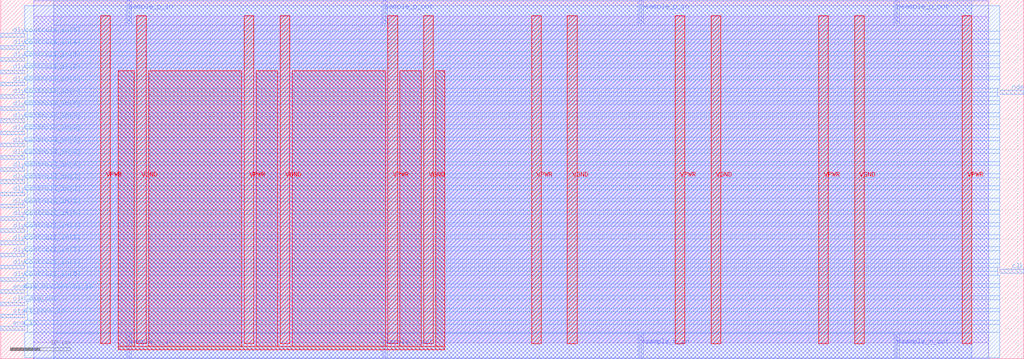
<source format=lef>
VERSION 5.7 ;
  NOWIREEXTENSIONATPIN ON ;
  DIVIDERCHAR "/" ;
  BUSBITCHARS "[]" ;
MACRO adc_clkgen_with_edgedetect
  CLASS BLOCK ;
  FOREIGN adc_clkgen_with_edgedetect ;
  ORIGIN 0.000 0.000 ;
  SIZE 171.000 BY 60.000 ;
  PIN VGND
    DIRECTION INOUT ;
    USE GROUND ;
    PORT
      LAYER met4 ;
        RECT 22.720 2.480 24.320 57.360 ;
    END
    PORT
      LAYER met4 ;
        RECT 46.720 2.480 48.320 57.360 ;
    END
    PORT
      LAYER met4 ;
        RECT 70.720 2.480 72.320 57.360 ;
    END
    PORT
      LAYER met4 ;
        RECT 94.720 2.480 96.320 57.360 ;
    END
    PORT
      LAYER met4 ;
        RECT 118.720 2.480 120.320 57.360 ;
    END
    PORT
      LAYER met4 ;
        RECT 142.720 2.480 144.320 57.360 ;
    END
  END VGND
  PIN VPWR
    DIRECTION INOUT ;
    USE POWER ;
    PORT
      LAYER met4 ;
        RECT 16.720 2.480 18.320 57.360 ;
    END
    PORT
      LAYER met4 ;
        RECT 40.720 2.480 42.320 57.360 ;
    END
    PORT
      LAYER met4 ;
        RECT 64.720 2.480 66.320 57.360 ;
    END
    PORT
      LAYER met4 ;
        RECT 88.720 2.480 90.320 57.360 ;
    END
    PORT
      LAYER met4 ;
        RECT 112.720 2.480 114.320 57.360 ;
    END
    PORT
      LAYER met4 ;
        RECT 136.720 2.480 138.320 57.360 ;
    END
    PORT
      LAYER met4 ;
        RECT 160.720 2.480 162.320 57.360 ;
    END
  END VPWR
  PIN clk_comp_out
    DIRECTION OUTPUT TRISTATE ;
    USE SIGNAL ;
    PORT
      LAYER met3 ;
        RECT 167.000 14.320 171.000 14.920 ;
    END
  END clk_comp_out
  PIN clk_dig_out
    DIRECTION OUTPUT TRISTATE ;
    USE SIGNAL ;
    PORT
      LAYER met3 ;
        RECT 0.000 8.880 4.000 9.480 ;
    END
  END clk_dig_out
  PIN dlycontrol1_in[0]
    DIRECTION INPUT ;
    USE SIGNAL ;
    PORT
      LAYER met3 ;
        RECT 0.000 12.960 4.000 13.560 ;
    END
  END dlycontrol1_in[0]
  PIN dlycontrol1_in[1]
    DIRECTION INPUT ;
    USE SIGNAL ;
    PORT
      LAYER met3 ;
        RECT 0.000 15.000 4.000 15.600 ;
    END
  END dlycontrol1_in[1]
  PIN dlycontrol1_in[2]
    DIRECTION INPUT ;
    USE SIGNAL ;
    PORT
      LAYER met3 ;
        RECT 0.000 17.040 4.000 17.640 ;
    END
  END dlycontrol1_in[2]
  PIN dlycontrol1_in[3]
    DIRECTION INPUT ;
    USE SIGNAL ;
    PORT
      LAYER met3 ;
        RECT 0.000 19.080 4.000 19.680 ;
    END
  END dlycontrol1_in[3]
  PIN dlycontrol1_in[4]
    DIRECTION INPUT ;
    USE SIGNAL ;
    PORT
      LAYER met3 ;
        RECT 0.000 21.120 4.000 21.720 ;
    END
  END dlycontrol1_in[4]
  PIN dlycontrol2_in[0]
    DIRECTION INPUT ;
    USE SIGNAL ;
    PORT
      LAYER met3 ;
        RECT 0.000 23.160 4.000 23.760 ;
    END
  END dlycontrol2_in[0]
  PIN dlycontrol2_in[1]
    DIRECTION INPUT ;
    USE SIGNAL ;
    PORT
      LAYER met3 ;
        RECT 0.000 25.200 4.000 25.800 ;
    END
  END dlycontrol2_in[1]
  PIN dlycontrol2_in[2]
    DIRECTION INPUT ;
    USE SIGNAL ;
    PORT
      LAYER met3 ;
        RECT 0.000 27.240 4.000 27.840 ;
    END
  END dlycontrol2_in[2]
  PIN dlycontrol2_in[3]
    DIRECTION INPUT ;
    USE SIGNAL ;
    PORT
      LAYER met3 ;
        RECT 0.000 29.280 4.000 29.880 ;
    END
  END dlycontrol2_in[3]
  PIN dlycontrol2_in[4]
    DIRECTION INPUT ;
    USE SIGNAL ;
    PORT
      LAYER met3 ;
        RECT 0.000 31.320 4.000 31.920 ;
    END
  END dlycontrol2_in[4]
  PIN dlycontrol3_in[0]
    DIRECTION INPUT ;
    USE SIGNAL ;
    PORT
      LAYER met3 ;
        RECT 0.000 33.360 4.000 33.960 ;
    END
  END dlycontrol3_in[0]
  PIN dlycontrol3_in[1]
    DIRECTION INPUT ;
    USE SIGNAL ;
    PORT
      LAYER met3 ;
        RECT 0.000 35.400 4.000 36.000 ;
    END
  END dlycontrol3_in[1]
  PIN dlycontrol3_in[2]
    DIRECTION INPUT ;
    USE SIGNAL ;
    PORT
      LAYER met3 ;
        RECT 0.000 37.440 4.000 38.040 ;
    END
  END dlycontrol3_in[2]
  PIN dlycontrol3_in[3]
    DIRECTION INPUT ;
    USE SIGNAL ;
    PORT
      LAYER met3 ;
        RECT 0.000 39.480 4.000 40.080 ;
    END
  END dlycontrol3_in[3]
  PIN dlycontrol3_in[4]
    DIRECTION INPUT ;
    USE SIGNAL ;
    PORT
      LAYER met3 ;
        RECT 0.000 41.520 4.000 42.120 ;
    END
  END dlycontrol3_in[4]
  PIN dlycontrol4_in[0]
    DIRECTION INPUT ;
    USE SIGNAL ;
    PORT
      LAYER met3 ;
        RECT 0.000 43.560 4.000 44.160 ;
    END
  END dlycontrol4_in[0]
  PIN dlycontrol4_in[1]
    DIRECTION INPUT ;
    USE SIGNAL ;
    PORT
      LAYER met3 ;
        RECT 0.000 45.600 4.000 46.200 ;
    END
  END dlycontrol4_in[1]
  PIN dlycontrol4_in[2]
    DIRECTION INPUT ;
    USE SIGNAL ;
    PORT
      LAYER met3 ;
        RECT 0.000 47.640 4.000 48.240 ;
    END
  END dlycontrol4_in[2]
  PIN dlycontrol4_in[3]
    DIRECTION INPUT ;
    USE SIGNAL ;
    PORT
      LAYER met3 ;
        RECT 0.000 49.680 4.000 50.280 ;
    END
  END dlycontrol4_in[3]
  PIN dlycontrol4_in[4]
    DIRECTION INPUT ;
    USE SIGNAL ;
    PORT
      LAYER met3 ;
        RECT 0.000 51.720 4.000 52.320 ;
    END
  END dlycontrol4_in[4]
  PIN dlycontrol4_in[5]
    DIRECTION INPUT ;
    USE SIGNAL ;
    PORT
      LAYER met3 ;
        RECT 0.000 53.760 4.000 54.360 ;
    END
  END dlycontrol4_in[5]
  PIN ena_in
    DIRECTION INPUT ;
    USE SIGNAL ;
    PORT
      LAYER met3 ;
        RECT 0.000 4.800 4.000 5.400 ;
    END
  END ena_in
  PIN enable_dlycontrol_in
    DIRECTION INPUT ;
    USE SIGNAL ;
    PORT
      LAYER met3 ;
        RECT 0.000 10.920 4.000 11.520 ;
    END
  END enable_dlycontrol_in
  PIN ndecision_finish_in
    DIRECTION INPUT ;
    USE SIGNAL ;
    PORT
      LAYER met3 ;
        RECT 167.000 44.240 171.000 44.840 ;
    END
  END ndecision_finish_in
  PIN nsample_n_in
    DIRECTION INPUT ;
    USE SIGNAL ;
    PORT
      LAYER met2 ;
        RECT 106.810 0.000 107.090 4.000 ;
    END
  END nsample_n_in
  PIN nsample_n_out
    DIRECTION OUTPUT TRISTATE ;
    USE SIGNAL ;
    PORT
      LAYER met2 ;
        RECT 149.590 0.000 149.870 4.000 ;
    END
  END nsample_n_out
  PIN nsample_p_in
    DIRECTION INPUT ;
    USE SIGNAL ;
    PORT
      LAYER met2 ;
        RECT 106.810 56.000 107.090 60.000 ;
    END
  END nsample_p_in
  PIN nsample_p_out
    DIRECTION OUTPUT TRISTATE ;
    USE SIGNAL ;
    PORT
      LAYER met2 ;
        RECT 149.590 56.000 149.870 60.000 ;
    END
  END nsample_p_out
  PIN sample_n_in
    DIRECTION INPUT ;
    USE SIGNAL ;
    PORT
      LAYER met2 ;
        RECT 21.250 0.000 21.530 4.000 ;
    END
  END sample_n_in
  PIN sample_n_out
    DIRECTION OUTPUT TRISTATE ;
    USE SIGNAL ;
    PORT
      LAYER met2 ;
        RECT 64.030 0.000 64.310 4.000 ;
    END
  END sample_n_out
  PIN sample_p_in
    DIRECTION INPUT ;
    USE SIGNAL ;
    PORT
      LAYER met2 ;
        RECT 21.250 56.000 21.530 60.000 ;
    END
  END sample_p_in
  PIN sample_p_out
    DIRECTION OUTPUT TRISTATE ;
    USE SIGNAL ;
    PORT
      LAYER met2 ;
        RECT 64.030 56.000 64.310 60.000 ;
    END
  END sample_p_out
  PIN start_conv_in
    DIRECTION INPUT ;
    USE SIGNAL ;
    PORT
      LAYER met3 ;
        RECT 0.000 6.840 4.000 7.440 ;
    END
  END start_conv_in
  OBS
      LAYER li1 ;
        RECT 5.520 2.635 165.140 57.205 ;
      LAYER met1 ;
        RECT 5.520 0.040 165.140 59.800 ;
      LAYER met2 ;
        RECT 8.840 55.720 20.970 59.830 ;
        RECT 21.810 55.720 63.750 59.830 ;
        RECT 64.590 55.720 106.530 59.830 ;
        RECT 107.370 55.720 149.310 59.830 ;
        RECT 150.150 55.720 162.290 59.830 ;
        RECT 8.840 4.280 162.290 55.720 ;
        RECT 8.840 0.010 20.970 4.280 ;
        RECT 21.810 0.010 63.750 4.280 ;
        RECT 64.590 0.010 106.530 4.280 ;
        RECT 107.370 0.010 149.310 4.280 ;
        RECT 150.150 0.010 162.290 4.280 ;
      LAYER met3 ;
        RECT 4.000 54.760 167.000 58.985 ;
        RECT 4.400 53.360 167.000 54.760 ;
        RECT 4.000 52.720 167.000 53.360 ;
        RECT 4.400 51.320 167.000 52.720 ;
        RECT 4.000 50.680 167.000 51.320 ;
        RECT 4.400 49.280 167.000 50.680 ;
        RECT 4.000 48.640 167.000 49.280 ;
        RECT 4.400 47.240 167.000 48.640 ;
        RECT 4.000 46.600 167.000 47.240 ;
        RECT 4.400 45.240 167.000 46.600 ;
        RECT 4.400 45.200 166.600 45.240 ;
        RECT 4.000 44.560 166.600 45.200 ;
        RECT 4.400 43.840 166.600 44.560 ;
        RECT 4.400 43.160 167.000 43.840 ;
        RECT 4.000 42.520 167.000 43.160 ;
        RECT 4.400 41.120 167.000 42.520 ;
        RECT 4.000 40.480 167.000 41.120 ;
        RECT 4.400 39.080 167.000 40.480 ;
        RECT 4.000 38.440 167.000 39.080 ;
        RECT 4.400 37.040 167.000 38.440 ;
        RECT 4.000 36.400 167.000 37.040 ;
        RECT 4.400 35.000 167.000 36.400 ;
        RECT 4.000 34.360 167.000 35.000 ;
        RECT 4.400 32.960 167.000 34.360 ;
        RECT 4.000 32.320 167.000 32.960 ;
        RECT 4.400 30.920 167.000 32.320 ;
        RECT 4.000 30.280 167.000 30.920 ;
        RECT 4.400 28.880 167.000 30.280 ;
        RECT 4.000 28.240 167.000 28.880 ;
        RECT 4.400 26.840 167.000 28.240 ;
        RECT 4.000 26.200 167.000 26.840 ;
        RECT 4.400 24.800 167.000 26.200 ;
        RECT 4.000 24.160 167.000 24.800 ;
        RECT 4.400 22.760 167.000 24.160 ;
        RECT 4.000 22.120 167.000 22.760 ;
        RECT 4.400 20.720 167.000 22.120 ;
        RECT 4.000 20.080 167.000 20.720 ;
        RECT 4.400 18.680 167.000 20.080 ;
        RECT 4.000 18.040 167.000 18.680 ;
        RECT 4.400 16.640 167.000 18.040 ;
        RECT 4.000 16.000 167.000 16.640 ;
        RECT 4.400 15.320 167.000 16.000 ;
        RECT 4.400 14.600 166.600 15.320 ;
        RECT 4.000 13.960 166.600 14.600 ;
        RECT 4.400 13.920 166.600 13.960 ;
        RECT 4.400 12.560 167.000 13.920 ;
        RECT 4.000 11.920 167.000 12.560 ;
        RECT 4.400 10.520 167.000 11.920 ;
        RECT 4.000 9.880 167.000 10.520 ;
        RECT 4.400 8.480 167.000 9.880 ;
        RECT 4.000 7.840 167.000 8.480 ;
        RECT 4.400 6.440 167.000 7.840 ;
        RECT 4.000 5.800 167.000 6.440 ;
        RECT 4.400 4.400 167.000 5.800 ;
        RECT 4.000 0.175 167.000 4.400 ;
      LAYER met4 ;
        RECT 19.615 2.080 22.320 48.105 ;
        RECT 24.720 2.080 40.320 48.105 ;
        RECT 42.720 2.080 46.320 48.105 ;
        RECT 48.720 2.080 64.320 48.105 ;
        RECT 66.720 2.080 70.320 48.105 ;
        RECT 72.720 2.080 74.225 48.105 ;
        RECT 19.615 1.535 74.225 2.080 ;
  END
END adc_clkgen_with_edgedetect
END LIBRARY


</source>
